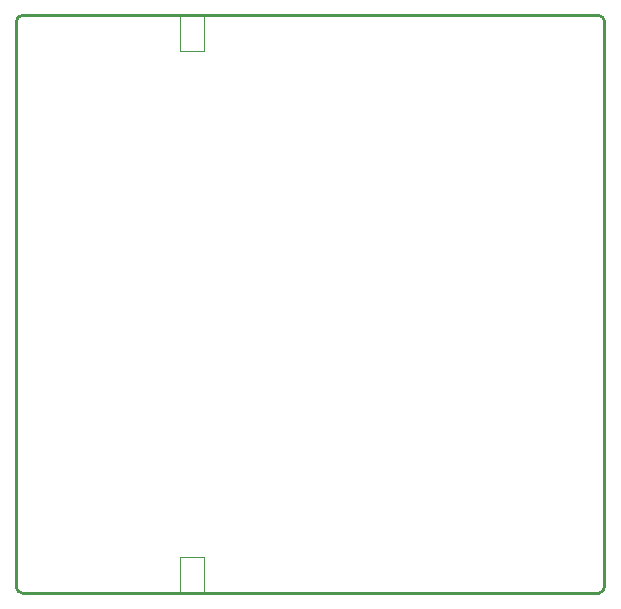
<source format=gko>
G04 Layer: BoardOutlineLayer*
G04 EasyEDA Pro v2.2.27.1, 2024-09-30 12:04:34*
G04 Gerber Generator version 0.3*
G04 Scale: 100 percent, Rotated: No, Reflected: No*
G04 Dimensions in millimeters*
G04 Leading zeros omitted, absolute positions, 3 integers and 5 decimals*
%FSLAX35Y35*%
%MOMM*%
%ADD10C,0.254*%
%ADD11C,0.0254*%
G75*


G04 Rect Start*
G54D10*
G01X-127Y649873D02*
G01X-127Y5439873D01*
G02X49873Y5489873I50000J0D01*
G01X4929873Y5489873D01*
G02X4979873Y5439873I0J-50000D01*
G01X4979873Y649873D01*
G02X4929873Y599873I-50000J0D01*
G01X49873Y599873D01*
G02X-127Y649873I0J50000D01*
G54D11*
G01X1387873Y603473D02*
G01X1387873Y903473D01*
G01X1592873Y903473D01*
G01X1592873Y603473D01*
G01X1387873Y603473D01*
G01X1387873Y5189873D02*
G01X1387873Y5489873D01*
G01X1592873Y5489873D01*
G01X1592873Y5189873D01*
G01X1387873Y5189873D01*
G04 Rect End*

M02*


</source>
